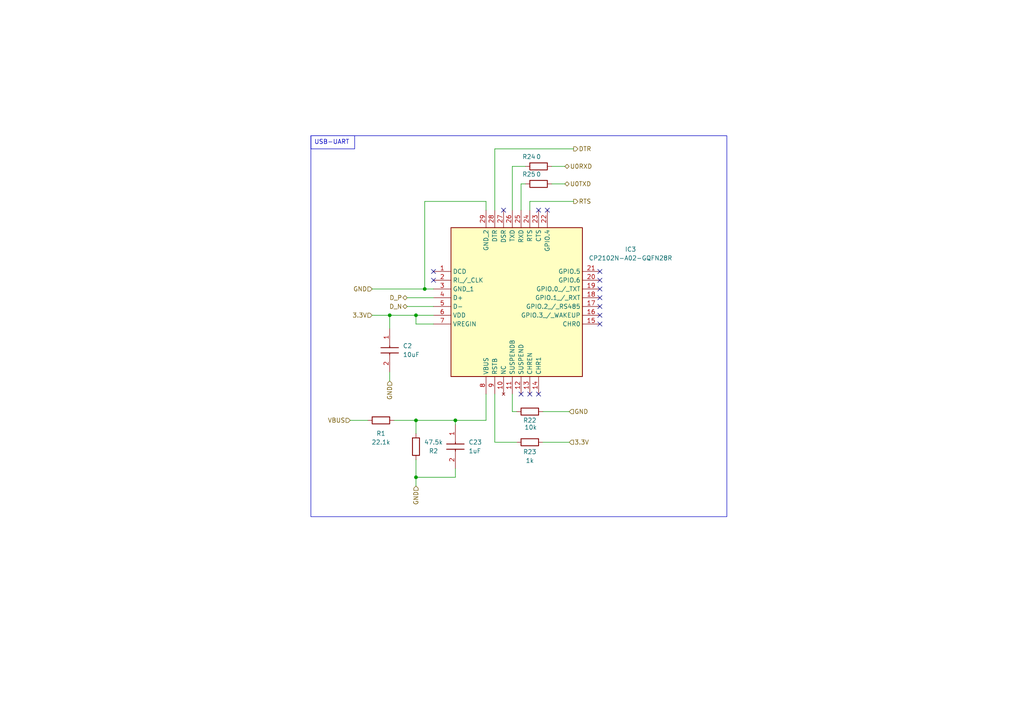
<source format=kicad_sch>
(kicad_sch (version 20250114) (generator "eeschema") (generator_version "9.0")
  (paper "A4")
  (lib_symbols
    (symbol "Device:R" (pin_numbers (hide yes)) (pin_names (offset 0))
      (property "Reference" "R" (at 2.032 0 90))
      (property "Value" "R" (at 0 0 90))
      (symbol "R_0_1"
        (rectangle (start -1.016 -2.54) (end 1.016 2.54) (stroke (width 0.254)))
      )
      (symbol "R_1_1"
        (pin passive line (at 0 3.81 270) (length 1.27) (name "~") (number "1"))
        (pin passive line (at 0 -3.81 90) (length 1.27) (name "~") (number "2"))
      )
    )
    (symbol "SamacSys_Parts:CL10B105KO8NNNC" (pin_names (hide yes))
      (property "Reference" "C" (at 8.89 6.35 0))
      (property "Value" "CL10B105KO8NNNC" (at 8.89 3.81 0))
      (symbol "CL10B105KO8NNNC_1_1"
        (polyline (pts (xy 5.08 0) (xy 5.588 0)) (stroke (width 0.254)))
        (polyline (pts (xy 5.588 2.54) (xy 5.588 -2.54)) (stroke (width 0.254)))
        (polyline (pts (xy 7.112 2.54) (xy 7.112 -2.54)) (stroke (width 0.254)))
        (polyline (pts (xy 7.112 0) (xy 7.62 0)) (stroke (width 0.254)))
        (pin passive line (at 0 0 0) (length 5.08) (name "1") (number "1"))
        (pin passive line (at 12.7 0 180) (length 5.08) (name "2") (number "2"))
      )
    )
    (symbol "SamacSys_Parts:CL21A106KAYNNNE" (pin_names (hide yes))
      (property "Reference" "C" (at 8.89 6.35 0))
      (property "Value" "CL21A106KAYNNNE" (at 8.89 3.81 0))
      (symbol "CL21A106KAYNNNE_1_1"
        (polyline (pts (xy 5.08 0) (xy 5.588 0)) (stroke (width 0.254)))
        (polyline (pts (xy 5.588 2.54) (xy 5.588 -2.54)) (stroke (width 0.254)))
        (polyline (pts (xy 7.112 2.54) (xy 7.112 -2.54)) (stroke (width 0.254)))
        (polyline (pts (xy 7.112 0) (xy 7.62 0)) (stroke (width 0.254)))
        (pin passive line (at 0 0 0) (length 5.08) (name "1") (number "1"))
        (pin passive line (at 12.7 0 180) (length 5.08) (name "2") (number "2"))
      )
    )
    (symbol "SamacSys_Parts:CP2102N-A02-GQFN28R"
      (property "Reference" "IC" (at 44.45 17.78 0))
      (property "Value" "CP2102N-A02-GQFN28R" (at 44.45 15.24 0))
      (symbol "CP2102N-A02-GQFN28R_1_1"
        (rectangle (start 5.08 12.7) (end 43.18 -30.48) (stroke (width 0.254)) (fill (type background)))
        (pin passive line (at 0 0 0) (length 5.08) (name "DCD") (number "1"))
        (pin passive line (at 0 -2.54 0) (length 5.08) (name "RI_/_CLK") (number "2"))
        (pin passive line (at 0 -5.08 0) (length 5.08) (name "GND_1") (number "3"))
        (pin passive line (at 0 -7.62 0) (length 5.08) (name "D+") (number "4"))
        (pin passive line (at 0 -10.16 0) (length 5.08) (name "D-") (number "5"))
        (pin passive line (at 0 -12.7 0) (length 5.08) (name "VDD") (number "6"))
        (pin passive line (at 0 -15.24 0) (length 5.08) (name "VREGIN") (number "7"))
        (pin passive line (at 15.24 17.78 270) (length 5.08) (name "GND_2") (number "29"))
        (pin passive line (at 15.24 -35.56 90) (length 5.08) (name "VBUS") (number "8"))
        (pin passive line (at 17.78 17.78 270) (length 5.08) (name "DTR") (number "28"))
        (pin passive line (at 17.78 -35.56 90) (length 5.08) (name "RSTB") (number "9"))
        (pin passive line (at 20.32 17.78 270) (length 5.08) (name "DSR") (number "27"))
        (pin no_connect line (at 20.32 -35.56 90) (length 5.08) (name "NC") (number "10"))
        (pin passive line (at 22.86 17.78 270) (length 5.08) (name "TXD") (number "26"))
        (pin passive line (at 22.86 -35.56 90) (length 5.08) (name "SUSPENDB") (number "11"))
        (pin passive line (at 25.4 17.78 270) (length 5.08) (name "RXD") (number "25"))
        (pin passive line (at 25.4 -35.56 90) (length 5.08) (name "SUSPEND") (number "12"))
        (pin passive line (at 27.94 17.78 270) (length 5.08) (name "RTS") (number "24"))
        (pin passive line (at 27.94 -35.56 90) (length 5.08) (name "CHREN") (number "13"))
        (pin passive line (at 30.48 17.78 270) (length 5.08) (name "CTS") (number "23"))
        (pin passive line (at 30.48 -35.56 90) (length 5.08) (name "CHR1") (number "14"))
        (pin passive line (at 33.02 17.78 270) (length 5.08) (name "GPIO.4") (number "22"))
        (pin passive line (at 48.26 0 180) (length 5.08) (name "GPIO.5") (number "21"))
        (pin passive line (at 48.26 -2.54 180) (length 5.08) (name "GPIO.6") (number "20"))
        (pin passive line (at 48.26 -5.08 180) (length 5.08) (name "GPIO.0_/_TXT") (number "19"))
        (pin passive line (at 48.26 -7.62 180) (length 5.08) (name "GPIO.1_/_RXT") (number "18"))
        (pin passive line (at 48.26 -10.16 180) (length 5.08) (name "GPIO.2_/_RS485") (number "17"))
        (pin passive line (at 48.26 -12.7 180) (length 5.08) (name "GPIO.3_/_WAKEUP") (number "16"))
        (pin passive line (at 48.26 -15.24 180) (length 5.08) (name "CHR0") (number "15"))
      )
    )
  )
  (rectangle (start 90.17 39.37) (end 210.82 149.86))
  (text_box "USB-UART" (at 90.17 39.37 0) (size 12.7 3.81) (margins 0.9525 0.9525 0.9525 0.9525) (effects (font (size 1.27 1.27)) (justify left top)))
  (junction (at 120.65 138.43))
  (junction (at 132.08 121.92))
  (junction (at 113.03 91.44))
  (junction (at 120.65 121.92))
  (junction (at 123.19 83.82))
  (junction (at 120.65 91.44))
  (no_connect (at 156.21 60.96))
  (no_connect (at 151.13 114.3))
  (no_connect (at 173.99 81.28))
  (no_connect (at 173.99 83.82))
  (no_connect (at 173.99 91.44))
  (no_connect (at 173.99 86.36))
  (no_connect (at 156.21 114.3))
  (no_connect (at 158.75 60.96))
  (no_connect (at 146.05 60.96))
  (no_connect (at 125.73 81.28))
  (no_connect (at 173.99 88.9))
  (no_connect (at 153.67 114.3))
  (no_connect (at 173.99 78.74))
  (no_connect (at 173.99 93.98))
  (no_connect (at 125.73 78.74))
  (wire (pts (xy 143.51 114.3) (xy 143.51 128.27)))
  (wire (pts (xy 125.73 93.98) (xy 120.65 93.98)))
  (wire (pts (xy 120.65 138.43) (xy 120.65 140.97)))
  (wire (pts (xy 153.67 58.42) (xy 166.37 58.42)))
  (wire (pts (xy 118.11 88.9) (xy 125.73 88.9)))
  (wire (pts (xy 114.3 121.92) (xy 120.65 121.92)))
  (wire (pts (xy 120.65 91.44) (xy 120.65 93.98)))
  (wire (pts (xy 113.03 91.44) (xy 120.65 91.44)))
  (wire (pts (xy 101.6 121.92) (xy 106.68 121.92)))
  (wire (pts (xy 123.19 58.42) (xy 123.19 83.82)))
  (wire (pts (xy 157.48 119.38) (xy 165.1 119.38)))
  (wire (pts (xy 151.13 60.96) (xy 151.13 53.34)))
  (wire (pts (xy 123.19 83.82) (xy 125.73 83.82)))
  (wire (pts (xy 120.65 91.44) (xy 125.73 91.44)))
  (wire (pts (xy 157.48 128.27) (xy 165.1 128.27)))
  (wire (pts (xy 132.08 121.92) (xy 140.97 121.92)))
  (wire (pts (xy 132.08 135.89) (xy 132.08 138.43)))
  (wire (pts (xy 143.51 43.18) (xy 166.37 43.18)))
  (wire (pts (xy 113.03 107.95) (xy 113.03 110.49)))
  (wire (pts (xy 160.02 48.26) (xy 163.83 48.26)))
  (wire (pts (xy 143.51 128.27) (xy 149.86 128.27)))
  (wire (pts (xy 132.08 121.92) (xy 132.08 123.19)))
  (wire (pts (xy 148.59 60.96) (xy 148.59 48.26)))
  (wire (pts (xy 120.65 138.43) (xy 132.08 138.43)))
  (wire (pts (xy 118.11 86.36) (xy 125.73 86.36)))
  (wire (pts (xy 140.97 58.42) (xy 123.19 58.42)))
  (wire (pts (xy 153.67 60.96) (xy 153.67 58.42)))
  (wire (pts (xy 148.59 119.38) (xy 149.86 119.38)))
  (wire (pts (xy 120.65 121.92) (xy 132.08 121.92)))
  (wire (pts (xy 107.95 91.44) (xy 113.03 91.44)))
  (wire (pts (xy 143.51 60.96) (xy 143.51 43.18)))
  (wire (pts (xy 160.02 53.34) (xy 163.83 53.34)))
  (wire (pts (xy 140.97 114.3) (xy 140.97 121.92)))
  (wire (pts (xy 107.95 83.82) (xy 123.19 83.82)))
  (wire (pts (xy 120.65 133.35) (xy 120.65 138.43)))
  (wire (pts (xy 140.97 60.96) (xy 140.97 58.42)))
  (wire (pts (xy 148.59 114.3) (xy 148.59 119.38)))
  (wire (pts (xy 151.13 53.34) (xy 152.4 53.34)))
  (wire (pts (xy 148.59 48.26) (xy 152.4 48.26)))
  (wire (pts (xy 120.65 121.92) (xy 120.65 125.73)))
  (wire (pts (xy 113.03 91.44) (xy 113.03 95.25)))
  (hierarchical_label "U0TXD" (shape bidirectional) (at 163.83 53.34 0))
  (hierarchical_label "RTS" (shape output) (at 166.37 58.42 0))
  (hierarchical_label "GND" (shape input) (at 120.65 140.97 270))
  (hierarchical_label "GND" (shape input) (at 165.1 119.38 0))
  (hierarchical_label "GND" (shape input) (at 113.03 110.49 270))
  (hierarchical_label "DTR" (shape output) (at 166.37 43.18 0))
  (hierarchical_label "VBUS" (shape input) (at 101.6 121.92 180))
  (hierarchical_label "3.3V" (shape input) (at 165.1 128.27 0))
  (hierarchical_label "3.3V" (shape input) (at 107.95 91.44 180))
  (hierarchical_label "D_N" (shape bidirectional) (at 118.11 88.9 180))
  (hierarchical_label "U0RXD" (shape bidirectional) (at 163.83 48.26 0))
  (hierarchical_label "D_P" (shape bidirectional) (at 118.11 86.36 180))
  (hierarchical_label "GND" (shape input) (at 107.95 83.82 180))
  (symbol (lib_id "Device:R") (at 153.67 128.27 270) (unit 1)
    (property "Reference" "R23" (at 153.67 131.064 90))
    (property "Value" "1k" (at 153.67 133.604 90))
    (property "Description" "Resistor" (effects (hide yes)))
  )
  (symbol (lib_id "SamacSys_Parts:CL10B105KO8NNNC") (at 132.08 123.19 270) (unit 1)
    (property "Reference" "C23" (at 135.89 128.2699 90) (effects (justify left)))
    (property "Value" "1uF" (at 135.89 130.8099 90) (effects (justify left)))
    (property "Footprint" "CAPC1608X90N" (effects (hide yes)))
    (property "Datasheet" "https://datasheet.datasheetarchive.com/originals/distributors/Datasheets-DGA10/2410179.pdf" (effects (hide yes)))
    (property "Description" "Samsung Electro-Mechanics 1uF Multilayer Ceramic Capacitor MLCC 16V dc +/-10% X7R Dielectric 0603 (1608M) SMD" (effects (hide yes)))
    (property "Height" "0.9" (effects (hide yes)))
    (property "Manufacturer_Name" "SAMSUNG" (effects (hide yes)))
    (property "Manufacturer_Part_Number" "CL10B105KO8NNNC" (effects (hide yes)))
    (property "Mouser Part Number" "187-CL10B105KO8NNNC" (effects (hide yes)))
    (property "Mouser Price/Stock" "https://www.mouser.co.uk/ProductDetail/Samsung-Electro-Mechanics/CL10B105KO8NNNC?qs=349EhDEZ59o2mlUAs%2FkaKg%3D%3D" (effects (hide yes)))
    (property "Arrow Part Number" "CL10B105KO8NNNC" (effects (hide yes)))
    (property "Arrow Price/Stock" "https://www.arrow.com/en/products/cl10b105ko8nnnc/samsung-electro-mechanics?utm_currency=USD&region=europe" (effects (hide yes)))
  )
  (symbol (lib_id "SamacSys_Parts:CL21A106KAYNNNE") (at 113.03 95.25 270) (unit 1)
    (property "Reference" "C2" (at 116.84 100.3299 90) (effects (justify left)))
    (property "Value" "10uF" (at 116.84 102.8699 90) (effects (justify left)))
    (property "Footprint" "CAPC2012X145N" (effects (hide yes)))
    (property "Datasheet" "https://datasheet.datasheetarchive.com/originals/distributors/Datasheets_SAMA/6a45835c9b7400e9b49c55c38a8ff4a2.pdf" (effects (hide yes)))
    (property "Description" "Samsung" (effects (hide yes)))
    (property "Height" "1.45" (effects (hide yes)))
    (property "Manufacturer_Name" "SAMSUNG" (effects (hide yes)))
    (property "Manufacturer_Part_Number" "CL21A106KAYNNNE" (effects (hide yes)))
    (property "Mouser Part Number" "187-CL21A106KAYNNNE" (effects (hide yes)))
    (property "Mouser Price/Stock" "https://www.mouser.co.uk/ProductDetail/Samsung-Electro-Mechanics/CL21A106KAYNNNE?qs=yOVawPpwOwmTXAd4dJtNjA%3D%3D" (effects (hide yes)))
    (property "Arrow Part Number" "CL21A106KAYNNNE" (effects (hide yes)))
    (property "Arrow Price/Stock" "https://www.arrow.com/en/products/cl21a106kaynnne/samsung-electro-mechanics?utm_currency=USD&region=nac" (effects (hide yes)))
  )
  (symbol (lib_id "Device:R") (at 110.49 121.92 270) (unit 1)
    (property "Reference" "R1" (at 110.49 125.73 90))
    (property "Value" "22.1k" (at 110.49 128.27 90))
    (property "Description" "Resistor" (effects (hide yes)))
  )
  (symbol (lib_id "SamacSys_Parts:CP2102N-A02-GQFN28R") (at 125.73 78.74 0) (unit 1)
    (property "Reference" "IC3" (at 182.88 72.3198 0))
    (property "Value" "CP2102N-A02-GQFN28R" (at 182.88 74.8598 0))
    (property "Footprint" "QFN50P500X500X80-29N-D" (effects (hide yes)))
    (property "Datasheet" "https://www.silabs.com/documents/public/data-sheets/cp2102n-datasheet.pdf" (effects (hide yes)))
    (property "Description" "USB Interface IC USB to UART bridge - QFN28" (effects (hide yes)))
    (property "Height" "0.8" (effects (hide yes)))
    (property "Manufacturer_Name" "Silicon Labs" (effects (hide yes)))
    (property "Manufacturer_Part_Number" "CP2102N-A02-GQFN28R" (effects (hide yes)))
    (property "Mouser Part Number" "634-CP2102NA02QFN28R" (effects (hide yes)))
    (property "Mouser Price/Stock" "https://www.mouser.co.uk/ProductDetail/Silicon-Labs/CP2102N-A02-GQFN28R?qs=u16ybLDytRag4qKvSH3fTw%3D%3D" (effects (hide yes)))
    (property "Arrow Part Number" "CP2102N-A02-GQFN28R" (effects (hide yes)))
    (property "Arrow Price/Stock" "https://www.arrow.com/en/products/cp2102n-a02-gqfn28r/silicon-labs?utm_currency=USD&region=nac" (effects (hide yes)))
  )
  (symbol (lib_id "Device:R") (at 153.67 119.38 270) (unit 1)
    (property "Reference" "R22" (at 153.67 121.92 90))
    (property "Value" "10k" (at 153.924 123.952 90))
    (property "Description" "Resistor" (effects (hide yes)))
  )
  (symbol (lib_id "Device:R") (at 156.21 53.34 270) (unit 1)
    (property "Reference" "R25" (at 153.416 50.546 90))
    (property "Value" "0" (at 156.21 50.546 90))
    (property "Description" "Resistor" (effects (hide yes)))
  )
  (symbol (lib_id "Device:R") (at 120.65 129.54 0) (unit 1)
    (property "Reference" "R2" (at 125.73 130.81 0))
    (property "Value" "47.5k" (at 125.73 128.27 0))
    (property "Description" "Resistor" (effects (hide yes)))
  )
  (symbol (lib_id "Device:R") (at 156.21 48.26 270) (unit 1)
    (property "Reference" "R24" (at 153.416 45.466 90))
    (property "Value" "0" (at 156.21 45.466 90))
    (property "Description" "Resistor" (effects (hide yes)))
  )
)
</source>
